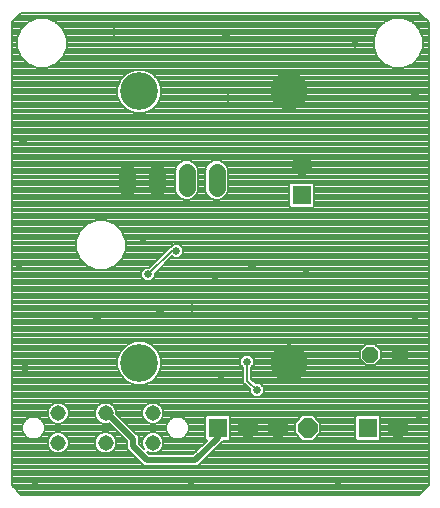
<source format=gbl>
G75*
%MOIN*%
%OFA0B0*%
%FSLAX25Y25*%
%IPPOS*%
%LPD*%
%AMOC8*
5,1,8,0,0,1.08239X$1,22.5*
%
%ADD10OC8,0.05200*%
%ADD11C,0.05600*%
%ADD12C,0.12583*%
%ADD13OC8,0.06496*%
%ADD14R,0.06496X0.06496*%
%ADD15C,0.05150*%
%ADD16C,0.00787*%
%ADD17C,0.02578*%
%ADD18C,0.01969*%
D10*
X0131000Y0056551D03*
X0141000Y0056551D03*
D11*
X0079780Y0111980D02*
X0079780Y0117580D01*
X0069780Y0117580D02*
X0069780Y0111980D01*
X0059780Y0111980D02*
X0059780Y0117580D01*
X0049780Y0117580D02*
X0049780Y0111980D01*
D12*
X0053953Y0144307D03*
X0103953Y0144307D03*
X0103953Y0053756D03*
X0053953Y0053756D03*
D13*
X0090134Y0032102D03*
X0100134Y0032102D03*
X0110134Y0032102D03*
X0140134Y0032102D03*
X0108087Y0119661D03*
D14*
X0108087Y0109661D03*
X0130134Y0032102D03*
X0080134Y0032102D03*
D15*
X0058480Y0027181D03*
X0058480Y0037024D03*
X0042732Y0037024D03*
X0042732Y0027181D03*
X0026984Y0027181D03*
X0026984Y0037024D03*
D16*
X0012019Y0012425D02*
X0149824Y0012425D01*
X0150394Y0012995D02*
X0147273Y0009874D01*
X0014569Y0009874D01*
X0011449Y0012995D01*
X0011449Y0167352D01*
X0014569Y0170472D01*
X0147273Y0170472D01*
X0150394Y0167352D01*
X0150394Y0012995D01*
X0150394Y0013211D02*
X0011449Y0013211D01*
X0011449Y0013997D02*
X0150394Y0013997D01*
X0150394Y0014783D02*
X0011449Y0014783D01*
X0011449Y0015568D02*
X0150394Y0015568D01*
X0150394Y0016354D02*
X0011449Y0016354D01*
X0011449Y0017140D02*
X0150394Y0017140D01*
X0150394Y0017926D02*
X0011449Y0017926D01*
X0011449Y0018712D02*
X0150394Y0018712D01*
X0150394Y0019498D02*
X0073610Y0019498D01*
X0073473Y0019361D02*
X0074631Y0020519D01*
X0081973Y0027861D01*
X0083793Y0027861D01*
X0084376Y0028443D01*
X0084376Y0035762D01*
X0083793Y0036344D01*
X0076474Y0036344D01*
X0075892Y0035762D01*
X0075892Y0028443D01*
X0076426Y0027909D01*
X0071834Y0023317D01*
X0057331Y0023317D01*
X0056515Y0024133D01*
X0057770Y0023613D01*
X0059190Y0023613D01*
X0060502Y0024156D01*
X0061506Y0025160D01*
X0062049Y0026471D01*
X0062049Y0027891D01*
X0061506Y0029202D01*
X0060502Y0030206D01*
X0059190Y0030750D01*
X0057770Y0030750D01*
X0056459Y0030206D01*
X0055455Y0029202D01*
X0054912Y0027891D01*
X0054912Y0026471D01*
X0055432Y0025216D01*
X0053765Y0026882D01*
X0053765Y0029378D01*
X0052607Y0030537D01*
X0046301Y0036843D01*
X0046301Y0037733D01*
X0045758Y0039045D01*
X0044754Y0040049D01*
X0043442Y0040592D01*
X0042022Y0040592D01*
X0040711Y0040049D01*
X0039707Y0039045D01*
X0039164Y0037733D01*
X0039164Y0036314D01*
X0039707Y0035002D01*
X0040711Y0033998D01*
X0042022Y0033455D01*
X0043442Y0033455D01*
X0043903Y0033646D01*
X0049809Y0027740D01*
X0049809Y0025244D01*
X0054534Y0020519D01*
X0055693Y0019361D01*
X0073473Y0019361D01*
X0074396Y0020284D02*
X0150394Y0020284D01*
X0150394Y0021070D02*
X0075182Y0021070D01*
X0074631Y0020519D02*
X0074631Y0020519D01*
X0075968Y0021856D02*
X0150394Y0021856D01*
X0150394Y0022642D02*
X0076754Y0022642D01*
X0077540Y0023428D02*
X0150394Y0023428D01*
X0150394Y0024213D02*
X0078326Y0024213D01*
X0079112Y0024999D02*
X0150394Y0024999D01*
X0150394Y0025785D02*
X0079897Y0025785D01*
X0080683Y0026571D02*
X0150394Y0026571D01*
X0150394Y0027357D02*
X0081469Y0027357D01*
X0084076Y0028143D02*
X0108094Y0028143D01*
X0108377Y0027861D02*
X0111891Y0027861D01*
X0114376Y0030345D01*
X0114376Y0033859D01*
X0111891Y0036344D01*
X0108377Y0036344D01*
X0105892Y0033859D01*
X0105892Y0030345D01*
X0108377Y0027861D01*
X0107309Y0028929D02*
X0084376Y0028929D01*
X0084376Y0029715D02*
X0106523Y0029715D01*
X0105892Y0030501D02*
X0084376Y0030501D01*
X0084376Y0031287D02*
X0105892Y0031287D01*
X0105892Y0032073D02*
X0084376Y0032073D01*
X0084376Y0032859D02*
X0105892Y0032859D01*
X0105892Y0033644D02*
X0084376Y0033644D01*
X0084376Y0034430D02*
X0106463Y0034430D01*
X0107249Y0035216D02*
X0084376Y0035216D01*
X0084135Y0036002D02*
X0108035Y0036002D01*
X0112233Y0036002D02*
X0126132Y0036002D01*
X0125892Y0035762D02*
X0125892Y0028443D01*
X0126474Y0027861D01*
X0133793Y0027861D01*
X0134376Y0028443D01*
X0134376Y0035762D01*
X0133793Y0036344D01*
X0126474Y0036344D01*
X0125892Y0035762D01*
X0125892Y0035216D02*
X0113019Y0035216D01*
X0113805Y0034430D02*
X0125892Y0034430D01*
X0125892Y0033644D02*
X0114376Y0033644D01*
X0114376Y0032859D02*
X0125892Y0032859D01*
X0125892Y0032073D02*
X0114376Y0032073D01*
X0114376Y0031287D02*
X0125892Y0031287D01*
X0125892Y0030501D02*
X0114376Y0030501D01*
X0113745Y0029715D02*
X0125892Y0029715D01*
X0125892Y0028929D02*
X0112959Y0028929D01*
X0112173Y0028143D02*
X0126192Y0028143D01*
X0134076Y0028143D02*
X0150394Y0028143D01*
X0150394Y0028929D02*
X0134376Y0028929D01*
X0134376Y0029715D02*
X0150394Y0029715D01*
X0150394Y0030501D02*
X0134376Y0030501D01*
X0134376Y0031287D02*
X0150394Y0031287D01*
X0150394Y0032073D02*
X0134376Y0032073D01*
X0134376Y0032859D02*
X0150394Y0032859D01*
X0150394Y0033644D02*
X0134376Y0033644D01*
X0134376Y0034430D02*
X0150394Y0034430D01*
X0150394Y0035216D02*
X0134376Y0035216D01*
X0134135Y0036002D02*
X0150394Y0036002D01*
X0150394Y0036788D02*
X0062049Y0036788D01*
X0062049Y0036314D02*
X0061506Y0035002D01*
X0060502Y0033998D01*
X0059190Y0033455D01*
X0057770Y0033455D01*
X0056459Y0033998D01*
X0055455Y0035002D01*
X0054912Y0036314D01*
X0054912Y0037733D01*
X0055455Y0039045D01*
X0056459Y0040049D01*
X0057770Y0040592D01*
X0059190Y0040592D01*
X0060502Y0040049D01*
X0061506Y0039045D01*
X0062049Y0037733D01*
X0062049Y0036314D01*
X0061920Y0036002D02*
X0076132Y0036002D01*
X0075892Y0035216D02*
X0068946Y0035216D01*
X0068876Y0035286D02*
X0067495Y0035858D01*
X0066001Y0035858D01*
X0064620Y0035286D01*
X0063564Y0034230D01*
X0062992Y0032849D01*
X0062992Y0031355D01*
X0063564Y0029975D01*
X0064620Y0028918D01*
X0066001Y0028346D01*
X0067495Y0028346D01*
X0068876Y0028918D01*
X0069932Y0029975D01*
X0070504Y0031355D01*
X0070504Y0032849D01*
X0069932Y0034230D01*
X0068876Y0035286D01*
X0069732Y0034430D02*
X0075892Y0034430D01*
X0075892Y0033644D02*
X0070175Y0033644D01*
X0070500Y0032859D02*
X0075892Y0032859D01*
X0075892Y0032073D02*
X0070504Y0032073D01*
X0070476Y0031287D02*
X0075892Y0031287D01*
X0075892Y0030501D02*
X0070150Y0030501D01*
X0069672Y0029715D02*
X0075892Y0029715D01*
X0075892Y0028929D02*
X0068886Y0028929D01*
X0064610Y0028929D02*
X0061619Y0028929D01*
X0061944Y0028143D02*
X0076192Y0028143D01*
X0075875Y0027357D02*
X0062049Y0027357D01*
X0062049Y0026571D02*
X0075089Y0026571D01*
X0074303Y0025785D02*
X0061765Y0025785D01*
X0061345Y0024999D02*
X0073517Y0024999D01*
X0072731Y0024213D02*
X0060559Y0024213D01*
X0057220Y0023428D02*
X0071945Y0023428D01*
X0063824Y0029715D02*
X0060993Y0029715D01*
X0059791Y0030501D02*
X0063346Y0030501D01*
X0063021Y0031287D02*
X0051857Y0031287D01*
X0051071Y0032073D02*
X0062992Y0032073D01*
X0062996Y0032859D02*
X0050285Y0032859D01*
X0049499Y0033644D02*
X0057313Y0033644D01*
X0056027Y0034430D02*
X0048713Y0034430D01*
X0047927Y0035216D02*
X0055366Y0035216D01*
X0055041Y0036002D02*
X0047142Y0036002D01*
X0046356Y0036788D02*
X0054912Y0036788D01*
X0054912Y0037574D02*
X0046301Y0037574D01*
X0046041Y0038360D02*
X0055171Y0038360D01*
X0055556Y0039146D02*
X0045657Y0039146D01*
X0044871Y0039932D02*
X0056342Y0039932D01*
X0060619Y0039932D02*
X0150394Y0039932D01*
X0150394Y0040718D02*
X0011449Y0040718D01*
X0011449Y0041504D02*
X0150394Y0041504D01*
X0150394Y0042289D02*
X0011449Y0042289D01*
X0011449Y0043075D02*
X0091523Y0043075D01*
X0092180Y0042418D02*
X0094071Y0042418D01*
X0095409Y0043755D01*
X0095409Y0045646D01*
X0094071Y0046983D01*
X0092805Y0046983D01*
X0091364Y0048425D01*
X0091364Y0052309D01*
X0092259Y0053204D01*
X0092259Y0055095D01*
X0090922Y0056432D01*
X0089031Y0056432D01*
X0087694Y0055095D01*
X0087694Y0053204D01*
X0088589Y0052309D01*
X0088589Y0047276D01*
X0089402Y0046463D01*
X0090843Y0045021D01*
X0090843Y0043755D01*
X0092180Y0042418D01*
X0090843Y0043861D02*
X0011449Y0043861D01*
X0011449Y0044647D02*
X0090843Y0044647D01*
X0090432Y0045433D02*
X0011449Y0045433D01*
X0011449Y0046219D02*
X0089646Y0046219D01*
X0088860Y0047005D02*
X0056691Y0047005D01*
X0055402Y0046471D02*
X0058079Y0047580D01*
X0060129Y0049629D01*
X0061238Y0052307D01*
X0061238Y0055205D01*
X0060129Y0057883D01*
X0058079Y0059932D01*
X0055402Y0061041D01*
X0052504Y0061041D01*
X0049826Y0059932D01*
X0047777Y0057883D01*
X0046668Y0055205D01*
X0046668Y0052307D01*
X0047777Y0049629D01*
X0049826Y0047580D01*
X0052504Y0046471D01*
X0055402Y0046471D01*
X0058290Y0047791D02*
X0088589Y0047791D01*
X0088589Y0048577D02*
X0059076Y0048577D01*
X0059862Y0049363D02*
X0088589Y0049363D01*
X0088589Y0050149D02*
X0060344Y0050149D01*
X0060669Y0050934D02*
X0088589Y0050934D01*
X0088589Y0051720D02*
X0060995Y0051720D01*
X0061238Y0052506D02*
X0088391Y0052506D01*
X0087694Y0053292D02*
X0061238Y0053292D01*
X0061238Y0054078D02*
X0087694Y0054078D01*
X0087694Y0054864D02*
X0061238Y0054864D01*
X0061053Y0055650D02*
X0088249Y0055650D01*
X0089976Y0054150D02*
X0089976Y0047850D01*
X0093126Y0044701D01*
X0094729Y0043075D02*
X0150394Y0043075D01*
X0150394Y0043861D02*
X0095409Y0043861D01*
X0095409Y0044647D02*
X0150394Y0044647D01*
X0150394Y0045433D02*
X0095409Y0045433D01*
X0094836Y0046219D02*
X0150394Y0046219D01*
X0150394Y0047005D02*
X0092784Y0047005D01*
X0091998Y0047791D02*
X0150394Y0047791D01*
X0150394Y0048577D02*
X0091364Y0048577D01*
X0091364Y0049363D02*
X0150394Y0049363D01*
X0150394Y0050149D02*
X0091364Y0050149D01*
X0091364Y0050934D02*
X0150394Y0050934D01*
X0150394Y0051720D02*
X0091364Y0051720D01*
X0091561Y0052506D02*
X0150394Y0052506D01*
X0150394Y0053292D02*
X0132823Y0053292D01*
X0132489Y0052957D02*
X0134594Y0055063D01*
X0134594Y0058040D01*
X0132489Y0060145D01*
X0129511Y0060145D01*
X0127406Y0058040D01*
X0127406Y0055063D01*
X0129511Y0052957D01*
X0132489Y0052957D01*
X0133609Y0054078D02*
X0150394Y0054078D01*
X0150394Y0054864D02*
X0134395Y0054864D01*
X0134594Y0055650D02*
X0150394Y0055650D01*
X0150394Y0056436D02*
X0134594Y0056436D01*
X0134594Y0057222D02*
X0150394Y0057222D01*
X0150394Y0058008D02*
X0134594Y0058008D01*
X0133840Y0058794D02*
X0150394Y0058794D01*
X0150394Y0059580D02*
X0133054Y0059580D01*
X0128946Y0059580D02*
X0058432Y0059580D01*
X0059218Y0058794D02*
X0128160Y0058794D01*
X0127406Y0058008D02*
X0060004Y0058008D01*
X0060402Y0057222D02*
X0127406Y0057222D01*
X0127406Y0056436D02*
X0060728Y0056436D01*
X0057033Y0060365D02*
X0150394Y0060365D01*
X0150394Y0061151D02*
X0011449Y0061151D01*
X0011449Y0060365D02*
X0050873Y0060365D01*
X0049474Y0059580D02*
X0011449Y0059580D01*
X0011449Y0058794D02*
X0048688Y0058794D01*
X0047902Y0058008D02*
X0011449Y0058008D01*
X0011449Y0057222D02*
X0047503Y0057222D01*
X0047178Y0056436D02*
X0011449Y0056436D01*
X0011449Y0055650D02*
X0046852Y0055650D01*
X0046668Y0054864D02*
X0011449Y0054864D01*
X0011449Y0054078D02*
X0046668Y0054078D01*
X0046668Y0053292D02*
X0011449Y0053292D01*
X0011449Y0052506D02*
X0046668Y0052506D01*
X0046911Y0051720D02*
X0011449Y0051720D01*
X0011449Y0050934D02*
X0047236Y0050934D01*
X0047562Y0050149D02*
X0011449Y0050149D01*
X0011449Y0049363D02*
X0048043Y0049363D01*
X0048829Y0048577D02*
X0011449Y0048577D01*
X0011449Y0047791D02*
X0049615Y0047791D01*
X0051214Y0047005D02*
X0011449Y0047005D01*
X0011449Y0039932D02*
X0024846Y0039932D01*
X0024963Y0040049D02*
X0023959Y0039045D01*
X0023416Y0037733D01*
X0023416Y0036314D01*
X0023959Y0035002D01*
X0024963Y0033998D01*
X0026274Y0033455D01*
X0027694Y0033455D01*
X0029006Y0033998D01*
X0030009Y0035002D01*
X0030553Y0036314D01*
X0030553Y0037733D01*
X0030009Y0039045D01*
X0029006Y0040049D01*
X0027694Y0040592D01*
X0026274Y0040592D01*
X0024963Y0040049D01*
X0024060Y0039146D02*
X0011449Y0039146D01*
X0011449Y0038360D02*
X0023675Y0038360D01*
X0023416Y0037574D02*
X0011449Y0037574D01*
X0011449Y0036788D02*
X0023416Y0036788D01*
X0023545Y0036002D02*
X0011449Y0036002D01*
X0011449Y0035216D02*
X0016519Y0035216D01*
X0016589Y0035286D02*
X0015532Y0034230D01*
X0014961Y0032849D01*
X0014961Y0031355D01*
X0015532Y0029975D01*
X0016589Y0028918D01*
X0017969Y0028346D01*
X0019464Y0028346D01*
X0020844Y0028918D01*
X0021901Y0029975D01*
X0022472Y0031355D01*
X0022472Y0032849D01*
X0021901Y0034230D01*
X0020844Y0035286D01*
X0019464Y0035858D01*
X0017969Y0035858D01*
X0016589Y0035286D01*
X0015733Y0034430D02*
X0011449Y0034430D01*
X0011449Y0033644D02*
X0015290Y0033644D01*
X0014964Y0032859D02*
X0011449Y0032859D01*
X0011449Y0032073D02*
X0014961Y0032073D01*
X0014989Y0031287D02*
X0011449Y0031287D01*
X0011449Y0030501D02*
X0015315Y0030501D01*
X0015792Y0029715D02*
X0011449Y0029715D01*
X0011449Y0028929D02*
X0016578Y0028929D01*
X0020855Y0028929D02*
X0023846Y0028929D01*
X0023959Y0029202D02*
X0023416Y0027891D01*
X0023416Y0026471D01*
X0023959Y0025160D01*
X0024963Y0024156D01*
X0026274Y0023613D01*
X0027694Y0023613D01*
X0029006Y0024156D01*
X0030009Y0025160D01*
X0030553Y0026471D01*
X0030553Y0027891D01*
X0030009Y0029202D01*
X0029006Y0030206D01*
X0027694Y0030750D01*
X0026274Y0030750D01*
X0024963Y0030206D01*
X0023959Y0029202D01*
X0024471Y0029715D02*
X0021641Y0029715D01*
X0022118Y0030501D02*
X0025674Y0030501D01*
X0028295Y0030501D02*
X0041422Y0030501D01*
X0042022Y0030750D02*
X0040711Y0030206D01*
X0039707Y0029202D01*
X0039164Y0027891D01*
X0039164Y0026471D01*
X0039707Y0025160D01*
X0040711Y0024156D01*
X0042022Y0023613D01*
X0043442Y0023613D01*
X0044754Y0024156D01*
X0045758Y0025160D01*
X0046301Y0026471D01*
X0046301Y0027891D01*
X0045758Y0029202D01*
X0044754Y0030206D01*
X0043442Y0030750D01*
X0042022Y0030750D01*
X0044043Y0030501D02*
X0047048Y0030501D01*
X0046263Y0031287D02*
X0022444Y0031287D01*
X0022472Y0032073D02*
X0045477Y0032073D01*
X0044691Y0032859D02*
X0022469Y0032859D01*
X0022143Y0033644D02*
X0025817Y0033644D01*
X0024531Y0034430D02*
X0021700Y0034430D01*
X0020914Y0035216D02*
X0023870Y0035216D01*
X0028151Y0033644D02*
X0041565Y0033644D01*
X0040279Y0034430D02*
X0029438Y0034430D01*
X0030098Y0035216D02*
X0039618Y0035216D01*
X0039293Y0036002D02*
X0030424Y0036002D01*
X0030553Y0036788D02*
X0039164Y0036788D01*
X0039164Y0037574D02*
X0030553Y0037574D01*
X0030293Y0038360D02*
X0039423Y0038360D01*
X0039808Y0039146D02*
X0029909Y0039146D01*
X0029123Y0039932D02*
X0040594Y0039932D01*
X0043899Y0033644D02*
X0043905Y0033644D01*
X0045245Y0029715D02*
X0047834Y0029715D01*
X0048620Y0028929D02*
X0045871Y0028929D01*
X0046196Y0028143D02*
X0049406Y0028143D01*
X0049809Y0027357D02*
X0046301Y0027357D01*
X0046301Y0026571D02*
X0049809Y0026571D01*
X0049809Y0025785D02*
X0046017Y0025785D01*
X0045597Y0024999D02*
X0050054Y0024999D01*
X0050840Y0024213D02*
X0044811Y0024213D01*
X0040653Y0024213D02*
X0029063Y0024213D01*
X0029849Y0024999D02*
X0039867Y0024999D01*
X0039448Y0025785D02*
X0030269Y0025785D01*
X0030553Y0026571D02*
X0039164Y0026571D01*
X0039164Y0027357D02*
X0030553Y0027357D01*
X0030448Y0028143D02*
X0039268Y0028143D01*
X0039594Y0028929D02*
X0030123Y0028929D01*
X0029497Y0029715D02*
X0040219Y0029715D01*
X0051626Y0023428D02*
X0011449Y0023428D01*
X0011449Y0024213D02*
X0024905Y0024213D01*
X0024119Y0024999D02*
X0011449Y0024999D01*
X0011449Y0025785D02*
X0023700Y0025785D01*
X0023416Y0026571D02*
X0011449Y0026571D01*
X0011449Y0027357D02*
X0023416Y0027357D01*
X0023520Y0028143D02*
X0011449Y0028143D01*
X0011449Y0022642D02*
X0052412Y0022642D01*
X0053197Y0021856D02*
X0011449Y0021856D01*
X0011449Y0021070D02*
X0053983Y0021070D01*
X0054534Y0020519D02*
X0054534Y0020519D01*
X0054769Y0020284D02*
X0011449Y0020284D01*
X0011449Y0019498D02*
X0055555Y0019498D01*
X0055196Y0025785D02*
X0054862Y0025785D01*
X0054912Y0026571D02*
X0054076Y0026571D01*
X0053765Y0027357D02*
X0054912Y0027357D01*
X0055016Y0028143D02*
X0053765Y0028143D01*
X0053765Y0028929D02*
X0055342Y0028929D01*
X0055967Y0029715D02*
X0053429Y0029715D01*
X0052643Y0030501D02*
X0057170Y0030501D01*
X0059647Y0033644D02*
X0063321Y0033644D01*
X0063764Y0034430D02*
X0060934Y0034430D01*
X0061594Y0035216D02*
X0064550Y0035216D01*
X0062049Y0037574D02*
X0150394Y0037574D01*
X0150394Y0038360D02*
X0061789Y0038360D01*
X0061405Y0039146D02*
X0150394Y0039146D01*
X0129177Y0053292D02*
X0092259Y0053292D01*
X0092259Y0054078D02*
X0128391Y0054078D01*
X0127605Y0054864D02*
X0092259Y0054864D01*
X0091704Y0055650D02*
X0127406Y0055650D01*
X0150394Y0061937D02*
X0011449Y0061937D01*
X0011449Y0062723D02*
X0150394Y0062723D01*
X0150394Y0063509D02*
X0011449Y0063509D01*
X0011449Y0064295D02*
X0150394Y0064295D01*
X0150394Y0065081D02*
X0011449Y0065081D01*
X0011449Y0065867D02*
X0150394Y0065867D01*
X0150394Y0066653D02*
X0011449Y0066653D01*
X0011449Y0067439D02*
X0150394Y0067439D01*
X0150394Y0068225D02*
X0011449Y0068225D01*
X0011449Y0069010D02*
X0150394Y0069010D01*
X0150394Y0069796D02*
X0011449Y0069796D01*
X0011449Y0070582D02*
X0150394Y0070582D01*
X0150394Y0071368D02*
X0011449Y0071368D01*
X0011449Y0072154D02*
X0150394Y0072154D01*
X0150394Y0072940D02*
X0011449Y0072940D01*
X0011449Y0073726D02*
X0150394Y0073726D01*
X0150394Y0074512D02*
X0011449Y0074512D01*
X0011449Y0075298D02*
X0150394Y0075298D01*
X0150394Y0076084D02*
X0011449Y0076084D01*
X0011449Y0076870D02*
X0150394Y0076870D01*
X0150394Y0077656D02*
X0011449Y0077656D01*
X0011449Y0078441D02*
X0150394Y0078441D01*
X0150394Y0079227D02*
X0011449Y0079227D01*
X0011449Y0080013D02*
X0150394Y0080013D01*
X0150394Y0080799D02*
X0011449Y0080799D01*
X0011449Y0081585D02*
X0055376Y0081585D01*
X0055960Y0081001D02*
X0057851Y0081001D01*
X0059188Y0082338D01*
X0059188Y0083604D01*
X0064934Y0089350D01*
X0065409Y0088875D01*
X0067300Y0088875D01*
X0068637Y0090212D01*
X0068637Y0092103D01*
X0067300Y0093440D01*
X0065409Y0093440D01*
X0064514Y0092545D01*
X0064205Y0092545D01*
X0057226Y0085566D01*
X0055960Y0085566D01*
X0054623Y0084229D01*
X0054623Y0082338D01*
X0055960Y0081001D01*
X0054623Y0082371D02*
X0011449Y0082371D01*
X0011449Y0083157D02*
X0054623Y0083157D01*
X0054623Y0083943D02*
X0011449Y0083943D01*
X0011449Y0084729D02*
X0055123Y0084729D01*
X0055909Y0085515D02*
X0044428Y0085515D01*
X0045850Y0086104D02*
X0042805Y0084843D01*
X0039510Y0084843D01*
X0036465Y0086104D01*
X0034135Y0088434D01*
X0032874Y0091478D01*
X0032874Y0094774D01*
X0034135Y0097818D01*
X0036465Y0100148D01*
X0039510Y0101409D01*
X0042805Y0101409D01*
X0045850Y0100148D01*
X0048180Y0097818D01*
X0049441Y0094774D01*
X0049441Y0091478D01*
X0048180Y0088434D01*
X0045850Y0086104D01*
X0046047Y0086301D02*
X0057961Y0086301D01*
X0058746Y0087086D02*
X0046833Y0087086D01*
X0047618Y0087872D02*
X0059532Y0087872D01*
X0060318Y0088658D02*
X0048273Y0088658D01*
X0048598Y0089444D02*
X0061104Y0089444D01*
X0061890Y0090230D02*
X0048924Y0090230D01*
X0049249Y0091016D02*
X0062676Y0091016D01*
X0063462Y0091802D02*
X0049441Y0091802D01*
X0049441Y0092588D02*
X0064557Y0092588D01*
X0065342Y0093374D02*
X0049441Y0093374D01*
X0049441Y0094160D02*
X0150394Y0094160D01*
X0150394Y0094946D02*
X0049370Y0094946D01*
X0049044Y0095732D02*
X0150394Y0095732D01*
X0150394Y0096517D02*
X0048719Y0096517D01*
X0048393Y0097303D02*
X0150394Y0097303D01*
X0150394Y0098089D02*
X0047909Y0098089D01*
X0047123Y0098875D02*
X0150394Y0098875D01*
X0150394Y0099661D02*
X0046337Y0099661D01*
X0045129Y0100447D02*
X0150394Y0100447D01*
X0150394Y0101233D02*
X0043231Y0101233D01*
X0039084Y0101233D02*
X0011449Y0101233D01*
X0011449Y0102019D02*
X0150394Y0102019D01*
X0150394Y0102805D02*
X0011449Y0102805D01*
X0011449Y0103591D02*
X0150394Y0103591D01*
X0150394Y0104377D02*
X0011449Y0104377D01*
X0011449Y0105162D02*
X0150394Y0105162D01*
X0150394Y0105948D02*
X0112275Y0105948D01*
X0112328Y0106002D02*
X0112328Y0113321D01*
X0111746Y0113903D01*
X0104427Y0113903D01*
X0103845Y0113321D01*
X0103845Y0106002D01*
X0104427Y0105420D01*
X0111746Y0105420D01*
X0112328Y0106002D01*
X0112328Y0106734D02*
X0150394Y0106734D01*
X0150394Y0107520D02*
X0112328Y0107520D01*
X0112328Y0108306D02*
X0150394Y0108306D01*
X0150394Y0109092D02*
X0112328Y0109092D01*
X0112328Y0109878D02*
X0150394Y0109878D01*
X0150394Y0110664D02*
X0112328Y0110664D01*
X0112328Y0111450D02*
X0150394Y0111450D01*
X0150394Y0112236D02*
X0112328Y0112236D01*
X0112328Y0113022D02*
X0150394Y0113022D01*
X0150394Y0113808D02*
X0111842Y0113808D01*
X0104331Y0113808D02*
X0083573Y0113808D01*
X0083573Y0114593D02*
X0150394Y0114593D01*
X0150394Y0115379D02*
X0083573Y0115379D01*
X0083573Y0116165D02*
X0150394Y0116165D01*
X0150394Y0116951D02*
X0083573Y0116951D01*
X0083573Y0117737D02*
X0150394Y0117737D01*
X0150394Y0118523D02*
X0083495Y0118523D01*
X0083573Y0118334D02*
X0082996Y0119728D01*
X0081928Y0120796D01*
X0080534Y0121373D01*
X0079025Y0121373D01*
X0077631Y0120796D01*
X0076563Y0119728D01*
X0075986Y0118334D01*
X0075986Y0111225D01*
X0076563Y0109831D01*
X0077631Y0108763D01*
X0079025Y0108186D01*
X0080534Y0108186D01*
X0081928Y0108763D01*
X0082996Y0109831D01*
X0083573Y0111225D01*
X0083573Y0118334D01*
X0083169Y0119309D02*
X0150394Y0119309D01*
X0150394Y0120095D02*
X0082629Y0120095D01*
X0081723Y0120881D02*
X0150394Y0120881D01*
X0150394Y0121667D02*
X0011449Y0121667D01*
X0011449Y0122453D02*
X0150394Y0122453D01*
X0150394Y0123238D02*
X0011449Y0123238D01*
X0011449Y0124024D02*
X0150394Y0124024D01*
X0150394Y0124810D02*
X0011449Y0124810D01*
X0011449Y0125596D02*
X0150394Y0125596D01*
X0150394Y0126382D02*
X0011449Y0126382D01*
X0011449Y0127168D02*
X0150394Y0127168D01*
X0150394Y0127954D02*
X0011449Y0127954D01*
X0011449Y0128740D02*
X0150394Y0128740D01*
X0150394Y0129526D02*
X0011449Y0129526D01*
X0011449Y0130312D02*
X0150394Y0130312D01*
X0150394Y0131098D02*
X0011449Y0131098D01*
X0011449Y0131884D02*
X0150394Y0131884D01*
X0150394Y0132669D02*
X0011449Y0132669D01*
X0011449Y0133455D02*
X0150394Y0133455D01*
X0150394Y0134241D02*
X0011449Y0134241D01*
X0011449Y0135027D02*
X0150394Y0135027D01*
X0150394Y0135813D02*
X0011449Y0135813D01*
X0011449Y0136599D02*
X0150394Y0136599D01*
X0150394Y0137385D02*
X0056278Y0137385D01*
X0055402Y0137022D02*
X0058079Y0138131D01*
X0060129Y0140180D01*
X0061238Y0142858D01*
X0061238Y0145756D01*
X0060129Y0148434D01*
X0058079Y0150483D01*
X0055402Y0151592D01*
X0052504Y0151592D01*
X0049826Y0150483D01*
X0047777Y0148434D01*
X0046668Y0145756D01*
X0046668Y0142858D01*
X0047777Y0140180D01*
X0049826Y0138131D01*
X0052504Y0137022D01*
X0055402Y0137022D01*
X0058119Y0138171D02*
X0150394Y0138171D01*
X0150394Y0138957D02*
X0058905Y0138957D01*
X0059691Y0139743D02*
X0150394Y0139743D01*
X0150394Y0140529D02*
X0060273Y0140529D01*
X0060598Y0141314D02*
X0150394Y0141314D01*
X0150394Y0142100D02*
X0060924Y0142100D01*
X0061238Y0142886D02*
X0150394Y0142886D01*
X0150394Y0143672D02*
X0061238Y0143672D01*
X0061238Y0144458D02*
X0150394Y0144458D01*
X0150394Y0145244D02*
X0061238Y0145244D01*
X0061124Y0146030D02*
X0150394Y0146030D01*
X0150394Y0146816D02*
X0060799Y0146816D01*
X0060473Y0147602D02*
X0150394Y0147602D01*
X0150394Y0148388D02*
X0060148Y0148388D01*
X0059389Y0149174D02*
X0150394Y0149174D01*
X0150394Y0149960D02*
X0058603Y0149960D01*
X0057446Y0150745D02*
X0150394Y0150745D01*
X0150394Y0151531D02*
X0055549Y0151531D01*
X0052357Y0151531D02*
X0011449Y0151531D01*
X0011449Y0150745D02*
X0050460Y0150745D01*
X0049303Y0149960D02*
X0011449Y0149960D01*
X0011449Y0149174D02*
X0048517Y0149174D01*
X0047758Y0148388D02*
X0011449Y0148388D01*
X0011449Y0147602D02*
X0047432Y0147602D01*
X0047107Y0146816D02*
X0011449Y0146816D01*
X0011449Y0146030D02*
X0046781Y0146030D01*
X0046668Y0145244D02*
X0011449Y0145244D01*
X0011449Y0144458D02*
X0046668Y0144458D01*
X0046668Y0143672D02*
X0011449Y0143672D01*
X0011449Y0142886D02*
X0046668Y0142886D01*
X0046982Y0142100D02*
X0011449Y0142100D01*
X0011449Y0141314D02*
X0047307Y0141314D01*
X0047633Y0140529D02*
X0011449Y0140529D01*
X0011449Y0139743D02*
X0048215Y0139743D01*
X0049000Y0138957D02*
X0011449Y0138957D01*
X0011449Y0138171D02*
X0049786Y0138171D01*
X0051628Y0137385D02*
X0011449Y0137385D01*
X0011449Y0152317D02*
X0019458Y0152317D01*
X0019825Y0152165D02*
X0016780Y0153426D01*
X0014450Y0155757D01*
X0013189Y0158801D01*
X0013189Y0162097D01*
X0014450Y0165141D01*
X0016780Y0167471D01*
X0019825Y0168732D01*
X0023120Y0168732D01*
X0026165Y0167471D01*
X0028495Y0165141D01*
X0029756Y0162097D01*
X0029756Y0158801D01*
X0028495Y0155757D01*
X0026165Y0153426D01*
X0023120Y0152165D01*
X0019825Y0152165D01*
X0017561Y0153103D02*
X0011449Y0153103D01*
X0011449Y0153889D02*
X0016318Y0153889D01*
X0015532Y0154675D02*
X0011449Y0154675D01*
X0011449Y0155461D02*
X0014746Y0155461D01*
X0014247Y0156247D02*
X0011449Y0156247D01*
X0011449Y0157033D02*
X0013921Y0157033D01*
X0013596Y0157819D02*
X0011449Y0157819D01*
X0011449Y0158605D02*
X0013270Y0158605D01*
X0013189Y0159390D02*
X0011449Y0159390D01*
X0011449Y0160176D02*
X0013189Y0160176D01*
X0013189Y0160962D02*
X0011449Y0160962D01*
X0011449Y0161748D02*
X0013189Y0161748D01*
X0013370Y0162534D02*
X0011449Y0162534D01*
X0011449Y0163320D02*
X0013696Y0163320D01*
X0014021Y0164106D02*
X0011449Y0164106D01*
X0011449Y0164892D02*
X0014347Y0164892D01*
X0014987Y0165678D02*
X0011449Y0165678D01*
X0011449Y0166464D02*
X0015773Y0166464D01*
X0016559Y0167250D02*
X0011449Y0167250D01*
X0012132Y0168036D02*
X0018143Y0168036D01*
X0014490Y0170393D02*
X0147352Y0170393D01*
X0148138Y0169607D02*
X0013704Y0169607D01*
X0012918Y0168821D02*
X0148924Y0168821D01*
X0149710Y0168036D02*
X0143700Y0168036D01*
X0145062Y0167471D02*
X0142018Y0168732D01*
X0138722Y0168732D01*
X0135678Y0167471D01*
X0133348Y0165141D01*
X0132087Y0162097D01*
X0132087Y0158801D01*
X0133348Y0155757D01*
X0135678Y0153426D01*
X0138722Y0152165D01*
X0142018Y0152165D01*
X0145062Y0153426D01*
X0147392Y0155757D01*
X0148654Y0158801D01*
X0148654Y0162097D01*
X0147392Y0165141D01*
X0145062Y0167471D01*
X0145284Y0167250D02*
X0150394Y0167250D01*
X0150394Y0166464D02*
X0146070Y0166464D01*
X0146856Y0165678D02*
X0150394Y0165678D01*
X0150394Y0164892D02*
X0147496Y0164892D01*
X0147821Y0164106D02*
X0150394Y0164106D01*
X0150394Y0163320D02*
X0148147Y0163320D01*
X0148472Y0162534D02*
X0150394Y0162534D01*
X0150394Y0161748D02*
X0148654Y0161748D01*
X0148654Y0160962D02*
X0150394Y0160962D01*
X0150394Y0160176D02*
X0148654Y0160176D01*
X0148654Y0159390D02*
X0150394Y0159390D01*
X0150394Y0158605D02*
X0148572Y0158605D01*
X0148247Y0157819D02*
X0150394Y0157819D01*
X0150394Y0157033D02*
X0147921Y0157033D01*
X0147595Y0156247D02*
X0150394Y0156247D01*
X0150394Y0155461D02*
X0147097Y0155461D01*
X0146311Y0154675D02*
X0150394Y0154675D01*
X0150394Y0153889D02*
X0145525Y0153889D01*
X0144282Y0153103D02*
X0150394Y0153103D01*
X0150394Y0152317D02*
X0142384Y0152317D01*
X0138356Y0152317D02*
X0023487Y0152317D01*
X0025384Y0153103D02*
X0136458Y0153103D01*
X0135215Y0153889D02*
X0026627Y0153889D01*
X0027413Y0154675D02*
X0134429Y0154675D01*
X0133643Y0155461D02*
X0028199Y0155461D01*
X0028698Y0156247D02*
X0133145Y0156247D01*
X0132819Y0157033D02*
X0029023Y0157033D01*
X0029349Y0157819D02*
X0132494Y0157819D01*
X0132168Y0158605D02*
X0029674Y0158605D01*
X0029756Y0159390D02*
X0132087Y0159390D01*
X0132087Y0160176D02*
X0029756Y0160176D01*
X0029756Y0160962D02*
X0132087Y0160962D01*
X0132087Y0161748D02*
X0029756Y0161748D01*
X0029575Y0162534D02*
X0132268Y0162534D01*
X0132593Y0163320D02*
X0029249Y0163320D01*
X0028924Y0164106D02*
X0132919Y0164106D01*
X0133245Y0164892D02*
X0028598Y0164892D01*
X0027958Y0165678D02*
X0133884Y0165678D01*
X0134670Y0166464D02*
X0027172Y0166464D01*
X0026386Y0167250D02*
X0135456Y0167250D01*
X0137040Y0168036D02*
X0024802Y0168036D01*
X0067631Y0120796D02*
X0069025Y0121373D01*
X0070534Y0121373D01*
X0071928Y0120796D01*
X0072996Y0119728D01*
X0073573Y0118334D01*
X0073573Y0111225D01*
X0072996Y0109831D01*
X0071928Y0108763D01*
X0070534Y0108186D01*
X0069025Y0108186D01*
X0067631Y0108763D01*
X0066563Y0109831D01*
X0065986Y0111225D01*
X0065986Y0118334D01*
X0066563Y0119728D01*
X0067631Y0120796D01*
X0067836Y0120881D02*
X0011449Y0120881D01*
X0011449Y0120095D02*
X0066930Y0120095D01*
X0066390Y0119309D02*
X0011449Y0119309D01*
X0011449Y0118523D02*
X0066064Y0118523D01*
X0065986Y0117737D02*
X0011449Y0117737D01*
X0011449Y0116951D02*
X0065986Y0116951D01*
X0065986Y0116165D02*
X0011449Y0116165D01*
X0011449Y0115379D02*
X0065986Y0115379D01*
X0065986Y0114593D02*
X0011449Y0114593D01*
X0011449Y0113808D02*
X0065986Y0113808D01*
X0065986Y0113022D02*
X0011449Y0113022D01*
X0011449Y0112236D02*
X0065986Y0112236D01*
X0065986Y0111450D02*
X0011449Y0111450D01*
X0011449Y0110664D02*
X0066218Y0110664D01*
X0066544Y0109878D02*
X0011449Y0109878D01*
X0011449Y0109092D02*
X0067302Y0109092D01*
X0068734Y0108306D02*
X0011449Y0108306D01*
X0011449Y0107520D02*
X0103845Y0107520D01*
X0103845Y0106734D02*
X0011449Y0106734D01*
X0011449Y0105948D02*
X0103898Y0105948D01*
X0103845Y0108306D02*
X0080825Y0108306D01*
X0082257Y0109092D02*
X0103845Y0109092D01*
X0103845Y0109878D02*
X0083015Y0109878D01*
X0083341Y0110664D02*
X0103845Y0110664D01*
X0103845Y0111450D02*
X0083573Y0111450D01*
X0083573Y0112236D02*
X0103845Y0112236D01*
X0103845Y0113022D02*
X0083573Y0113022D01*
X0078734Y0108306D02*
X0070825Y0108306D01*
X0072257Y0109092D02*
X0077302Y0109092D01*
X0076544Y0109878D02*
X0073015Y0109878D01*
X0073341Y0110664D02*
X0076218Y0110664D01*
X0075986Y0111450D02*
X0073573Y0111450D01*
X0073573Y0112236D02*
X0075986Y0112236D01*
X0075986Y0113022D02*
X0073573Y0113022D01*
X0073573Y0113808D02*
X0075986Y0113808D01*
X0075986Y0114593D02*
X0073573Y0114593D01*
X0073573Y0115379D02*
X0075986Y0115379D01*
X0075986Y0116165D02*
X0073573Y0116165D01*
X0073573Y0116951D02*
X0075986Y0116951D01*
X0075986Y0117737D02*
X0073573Y0117737D01*
X0073495Y0118523D02*
X0076064Y0118523D01*
X0076390Y0119309D02*
X0073169Y0119309D01*
X0072629Y0120095D02*
X0076930Y0120095D01*
X0077836Y0120881D02*
X0071723Y0120881D01*
X0067366Y0093374D02*
X0150394Y0093374D01*
X0150394Y0092588D02*
X0068152Y0092588D01*
X0068637Y0091802D02*
X0150394Y0091802D01*
X0150394Y0091016D02*
X0068637Y0091016D01*
X0068637Y0090230D02*
X0150394Y0090230D01*
X0150394Y0089444D02*
X0067869Y0089444D01*
X0066354Y0091157D02*
X0064780Y0091157D01*
X0056906Y0083283D01*
X0058435Y0081585D02*
X0150394Y0081585D01*
X0150394Y0082371D02*
X0059188Y0082371D01*
X0059188Y0083157D02*
X0150394Y0083157D01*
X0150394Y0083943D02*
X0059527Y0083943D01*
X0060313Y0084729D02*
X0150394Y0084729D01*
X0150394Y0085515D02*
X0061099Y0085515D01*
X0061885Y0086301D02*
X0150394Y0086301D01*
X0150394Y0087086D02*
X0062671Y0087086D01*
X0063457Y0087872D02*
X0150394Y0087872D01*
X0150394Y0088658D02*
X0064242Y0088658D01*
X0037887Y0085515D02*
X0011449Y0085515D01*
X0011449Y0086301D02*
X0036268Y0086301D01*
X0035482Y0087086D02*
X0011449Y0087086D01*
X0011449Y0087872D02*
X0034696Y0087872D01*
X0034042Y0088658D02*
X0011449Y0088658D01*
X0011449Y0089444D02*
X0033717Y0089444D01*
X0033391Y0090230D02*
X0011449Y0090230D01*
X0011449Y0091016D02*
X0033065Y0091016D01*
X0032874Y0091802D02*
X0011449Y0091802D01*
X0011449Y0092588D02*
X0032874Y0092588D01*
X0032874Y0093374D02*
X0011449Y0093374D01*
X0011449Y0094160D02*
X0032874Y0094160D01*
X0032945Y0094946D02*
X0011449Y0094946D01*
X0011449Y0095732D02*
X0033271Y0095732D01*
X0033596Y0096517D02*
X0011449Y0096517D01*
X0011449Y0097303D02*
X0033922Y0097303D01*
X0034406Y0098089D02*
X0011449Y0098089D01*
X0011449Y0098875D02*
X0035192Y0098875D01*
X0035978Y0099661D02*
X0011449Y0099661D01*
X0011449Y0100447D02*
X0037186Y0100447D01*
X0012805Y0011639D02*
X0149038Y0011639D01*
X0148252Y0010853D02*
X0013590Y0010853D01*
X0014376Y0010067D02*
X0147466Y0010067D01*
D17*
X0147063Y0036433D03*
X0120291Y0013992D03*
X0093126Y0044701D03*
X0089976Y0054150D03*
X0081315Y0049425D03*
X0071472Y0072260D03*
X0079346Y0081315D03*
X0091551Y0085646D03*
X0109661Y0083677D03*
X0145882Y0069504D03*
X0083677Y0141945D03*
X0082890Y0163205D03*
X0045488Y0163992D03*
X0015173Y0127378D03*
X0013992Y0086827D03*
X0039976Y0068717D03*
X0056906Y0083283D03*
X0055331Y0095094D03*
X0066354Y0091157D03*
X0060843Y0071079D03*
X0015961Y0052181D03*
X0019110Y0012811D03*
X0071079Y0013205D03*
X0145882Y0143126D03*
X0125803Y0160055D03*
D18*
X0043323Y0037024D02*
X0042732Y0037024D01*
X0043323Y0037024D02*
X0051787Y0028559D01*
X0051787Y0026063D01*
X0056512Y0021339D01*
X0072654Y0021339D01*
X0080134Y0028819D01*
X0080134Y0032102D01*
M02*

</source>
